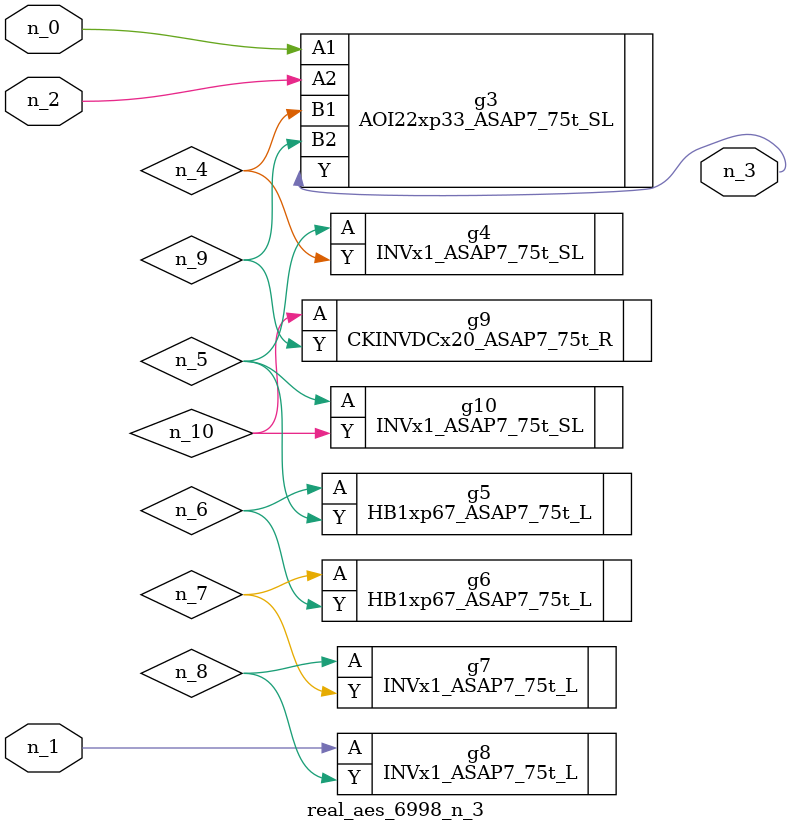
<source format=v>
module real_aes_6998_n_3 (n_0, n_2, n_1, n_3);
input n_0;
input n_2;
input n_1;
output n_3;
wire n_4;
wire n_5;
wire n_7;
wire n_9;
wire n_6;
wire n_8;
wire n_10;
AOI22xp33_ASAP7_75t_SL g3 ( .A1(n_0), .A2(n_2), .B1(n_4), .B2(n_9), .Y(n_3) );
INVx1_ASAP7_75t_L g8 ( .A(n_1), .Y(n_8) );
INVx1_ASAP7_75t_SL g4 ( .A(n_5), .Y(n_4) );
INVx1_ASAP7_75t_SL g10 ( .A(n_5), .Y(n_10) );
HB1xp67_ASAP7_75t_L g5 ( .A(n_6), .Y(n_5) );
HB1xp67_ASAP7_75t_L g6 ( .A(n_7), .Y(n_6) );
INVx1_ASAP7_75t_L g7 ( .A(n_8), .Y(n_7) );
CKINVDCx20_ASAP7_75t_R g9 ( .A(n_10), .Y(n_9) );
endmodule
</source>
